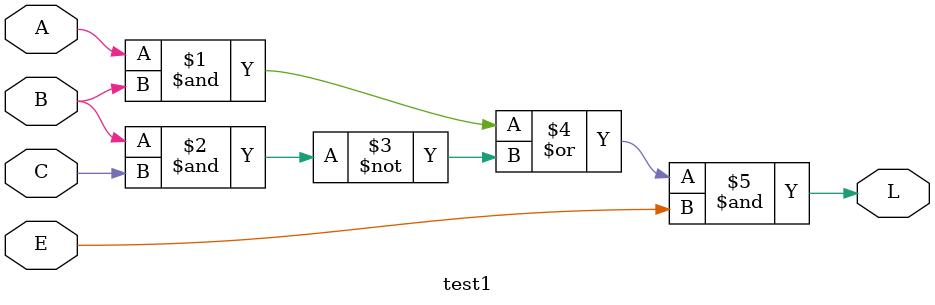
<source format=v>
module test1(A,B,C,E,L);
  input A,B,C,E;
  output L;
  assign L=((A&B)|( ~(B&C)))&E;
endmodule

</source>
